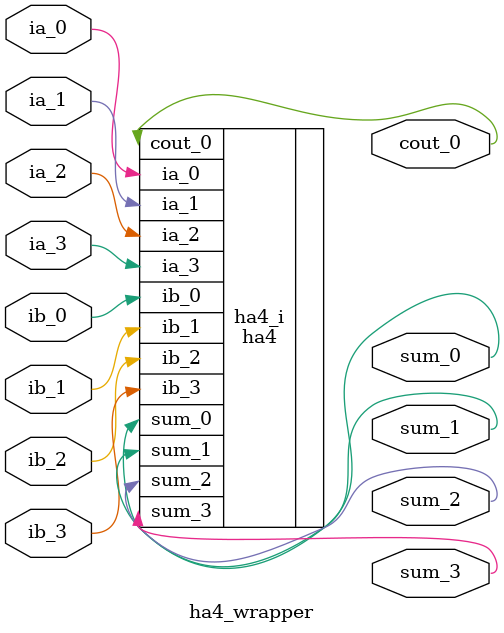
<source format=v>
`timescale 1 ps / 1 ps

module ha4_wrapper
   (cout_0,
    ia_0,
    ia_1,
    ia_2,
    ia_3,
    ib_0,
    ib_1,
    ib_2,
    ib_3,
    sum_0,
    sum_1,
    sum_2,
    sum_3);
  output cout_0;
  input ia_0;
  input ia_1;
  input ia_2;
  input ia_3;
  input ib_0;
  input ib_1;
  input ib_2;
  input ib_3;
  output sum_0;
  output sum_1;
  output sum_2;
  output sum_3;

  wire cout_0;
  wire ia_0;
  wire ia_1;
  wire ia_2;
  wire ia_3;
  wire ib_0;
  wire ib_1;
  wire ib_2;
  wire ib_3;
  wire sum_0;
  wire sum_1;
  wire sum_2;
  wire sum_3;

  ha4 ha4_i
       (.cout_0(cout_0),
        .ia_0(ia_0),
        .ia_1(ia_1),
        .ia_2(ia_2),
        .ia_3(ia_3),
        .ib_0(ib_0),
        .ib_1(ib_1),
        .ib_2(ib_2),
        .ib_3(ib_3),
        .sum_0(sum_0),
        .sum_1(sum_1),
        .sum_2(sum_2),
        .sum_3(sum_3));
endmodule

</source>
